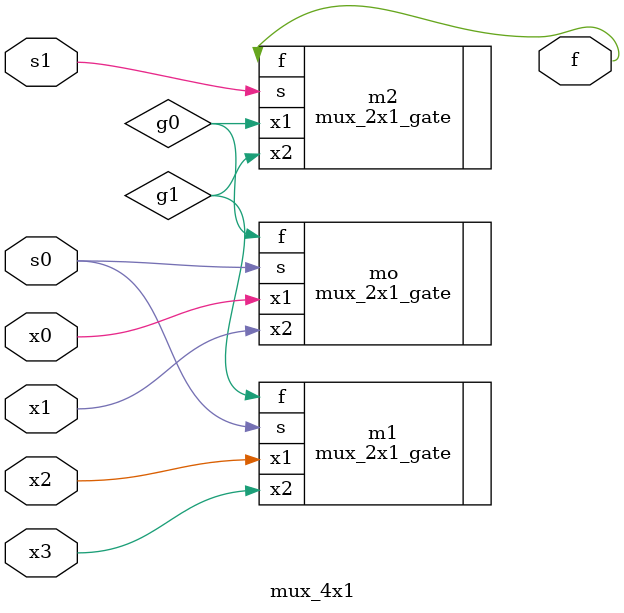
<source format=v>
`timescale 1ns / 1ps


module mux_4x1(
input x0,x1,x2,x3,s0,s1,
output f
);
wire g0,g1;
mux_2x1_gate m1(.x1(x2),
                .x2(x3),
                .s(s0),
                .f(g1)
                 );
mux_2x1_gate mo(.x1(x0),
                .x2(x1),
                .s(s0),
                .f(g0)
                );//g0 output of mux1

mux_2x1_gate m2(.x1(g0),
                .x2(g1),
                .s(s1),
                .f(f)
                 );

endmodule

</source>
